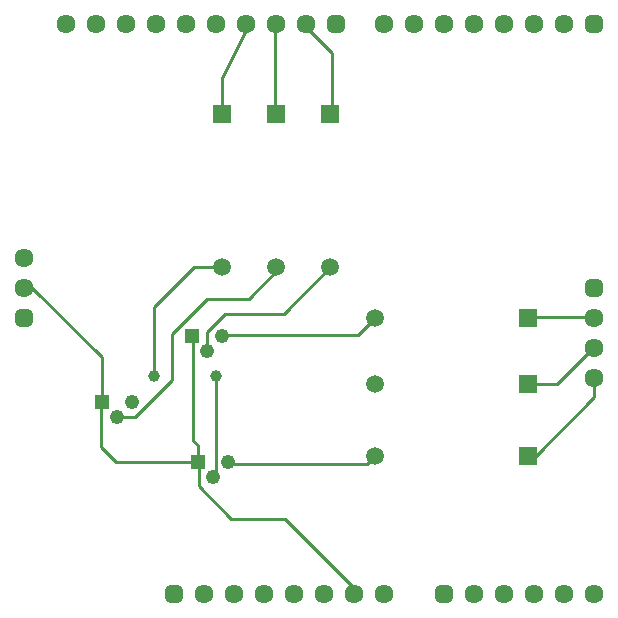
<source format=gbr>
G04 Generated by Ultiboard 14.1 *
%FSLAX34Y34*%
%MOMM*%

%ADD10C,0.0001*%
%ADD11C,0.2540*%
%ADD12C,1.6088*%
%ADD13R,0.5291X0.5291*%
%ADD14C,0.9949*%
%ADD15C,1.2446*%
%ADD16R,1.2446X1.2446*%
%ADD17C,1.5000*%
%ADD18R,1.5000X1.5000*%
%ADD19C,1.0000*%


G04 ColorRGB 00FF00 for the following layer *
%LNCopper Top*%
%LPD*%
G54D10*
G54D11*
X307500Y240000D02*
X307340Y239840D01*
X307340Y231140D01*
X449120Y142240D02*
X442500Y135620D01*
X442500Y135000D01*
X330000Y135000D01*
X327840Y137160D01*
X325120Y137160D01*
X300000Y137160D02*
X299720Y137160D01*
X217500Y150000D02*
X217500Y187960D01*
X218440Y187960D01*
X315000Y210000D02*
X315000Y127040D01*
X312420Y124460D01*
X434880Y244840D02*
X321040Y244840D01*
X320040Y243840D01*
X449120Y259080D02*
X434880Y244840D01*
X322620Y262500D02*
X307500Y247380D01*
X307500Y240000D01*
X262380Y210120D02*
X262500Y210000D01*
X431800Y30340D02*
X431800Y25400D01*
X246088Y175040D02*
X231360Y175040D01*
X277500Y206452D02*
X246088Y175040D01*
X231360Y175040D02*
X231140Y175260D01*
X296240Y301800D02*
X262380Y267940D01*
X262380Y210120D01*
X296240Y301800D02*
X320040Y301800D01*
X277500Y245396D02*
X277500Y206452D01*
X159350Y284480D02*
X152400Y284480D01*
X307184Y275080D02*
X277500Y245396D01*
X411280Y301800D02*
X371980Y262500D01*
X322620Y262500D01*
X411280Y301800D02*
X411480Y301800D01*
X299720Y137160D02*
X230340Y137160D01*
X217500Y150000D01*
X299720Y150640D02*
X299720Y137160D01*
X295160Y243320D02*
X295160Y155200D01*
X295160Y243320D02*
X294652Y243828D01*
X295160Y155200D02*
X299720Y150640D01*
X373240Y88900D02*
X431800Y30340D01*
X300000Y116250D02*
X327350Y88900D01*
X300000Y116250D02*
X300000Y137160D01*
X327350Y88900D02*
X373240Y88900D01*
X218440Y192240D02*
X218440Y187960D01*
X218340Y192340D02*
X218340Y225490D01*
X218440Y192240D02*
X218340Y192340D01*
X218340Y225490D02*
X159350Y284480D01*
X585340Y142240D02*
X579120Y142240D01*
X635080Y208200D02*
X635080Y191980D01*
X585340Y142240D01*
X634200Y233680D02*
X603720Y203200D01*
X579120Y203200D01*
X634200Y233680D02*
X635000Y233680D01*
X634000Y260080D02*
X580120Y260080D01*
X579120Y259080D01*
X634000Y260080D02*
X635000Y259080D01*
X340160Y507800D02*
X340160Y502500D01*
X340360Y508000D02*
X340160Y507800D01*
X365080Y507320D02*
X365080Y431800D01*
X365760Y508000D02*
X365080Y507320D01*
X365080Y431800D02*
X365760Y431800D01*
X392420Y506740D02*
X391160Y508000D01*
X392420Y503340D02*
X392420Y506740D01*
X412620Y432940D02*
X412620Y483140D01*
X412620Y432940D02*
X411480Y431800D01*
X412620Y483140D02*
X392420Y503340D01*
X319960Y462100D02*
X319960Y431880D01*
X340160Y502500D02*
X319960Y462100D01*
X365760Y298500D02*
X342340Y275080D01*
X365760Y298500D02*
X365760Y301800D01*
X342340Y275080D02*
X307184Y275080D01*
G54D12*
X457200Y25400D03*
X330200Y25400D03*
X304800Y25400D03*
X355600Y25400D03*
X406400Y25400D03*
X381000Y25400D03*
X431800Y25400D03*
X533400Y25400D03*
X558800Y25400D03*
X609600Y25400D03*
X584200Y25400D03*
X635000Y25400D03*
X340360Y508000D03*
X365760Y508000D03*
X391160Y508000D03*
X289560Y508000D03*
X314960Y508000D03*
X264160Y508000D03*
X213360Y508000D03*
X238760Y508000D03*
X187960Y508000D03*
X635000Y233680D03*
X635000Y259080D03*
X635000Y208280D03*
X457200Y508000D03*
X584200Y508000D03*
X609600Y508000D03*
X558800Y508000D03*
X508000Y508000D03*
X533400Y508000D03*
X482600Y508000D03*
X152400Y284480D03*
X152400Y309880D03*
G54D13*
X279400Y25400D03*
X508000Y25400D03*
X416560Y508000D03*
X635000Y284480D03*
X635000Y508000D03*
X152400Y259080D03*
G54D14*
X276755Y22755D02*
X282045Y22755D01*
X282045Y28045D01*
X276755Y28045D01*
X276755Y22755D01*D02*
X505355Y22755D02*
X510645Y22755D01*
X510645Y28045D01*
X505355Y28045D01*
X505355Y22755D01*D02*
X413915Y505355D02*
X419205Y505355D01*
X419205Y510645D01*
X413915Y510645D01*
X413915Y505355D01*D02*
X632355Y281835D02*
X637645Y281835D01*
X637645Y287125D01*
X632355Y287125D01*
X632355Y281835D01*D02*
X632355Y505355D02*
X637645Y505355D01*
X637645Y510645D01*
X632355Y510645D01*
X632355Y505355D01*D02*
X149755Y256435D02*
X155045Y256435D01*
X155045Y261725D01*
X149755Y261725D01*
X149755Y256435D01*D02*
G54D15*
X325120Y137160D03*
X312420Y124460D03*
X243840Y187960D03*
X231140Y175260D03*
X320040Y243840D03*
X307340Y231140D03*
G54D16*
X299720Y137160D03*
X218440Y187960D03*
X294640Y243840D03*
G54D17*
X411480Y301800D03*
X365760Y301800D03*
X320040Y301800D03*
X449120Y203200D03*
X449120Y259080D03*
X449120Y142240D03*
G54D18*
X411480Y431800D03*
X365760Y431800D03*
X320040Y431800D03*
X579120Y203200D03*
X579120Y259080D03*
X579120Y142240D03*
G54D19*
X262500Y210000D03*
X315000Y210000D03*

M02*

</source>
